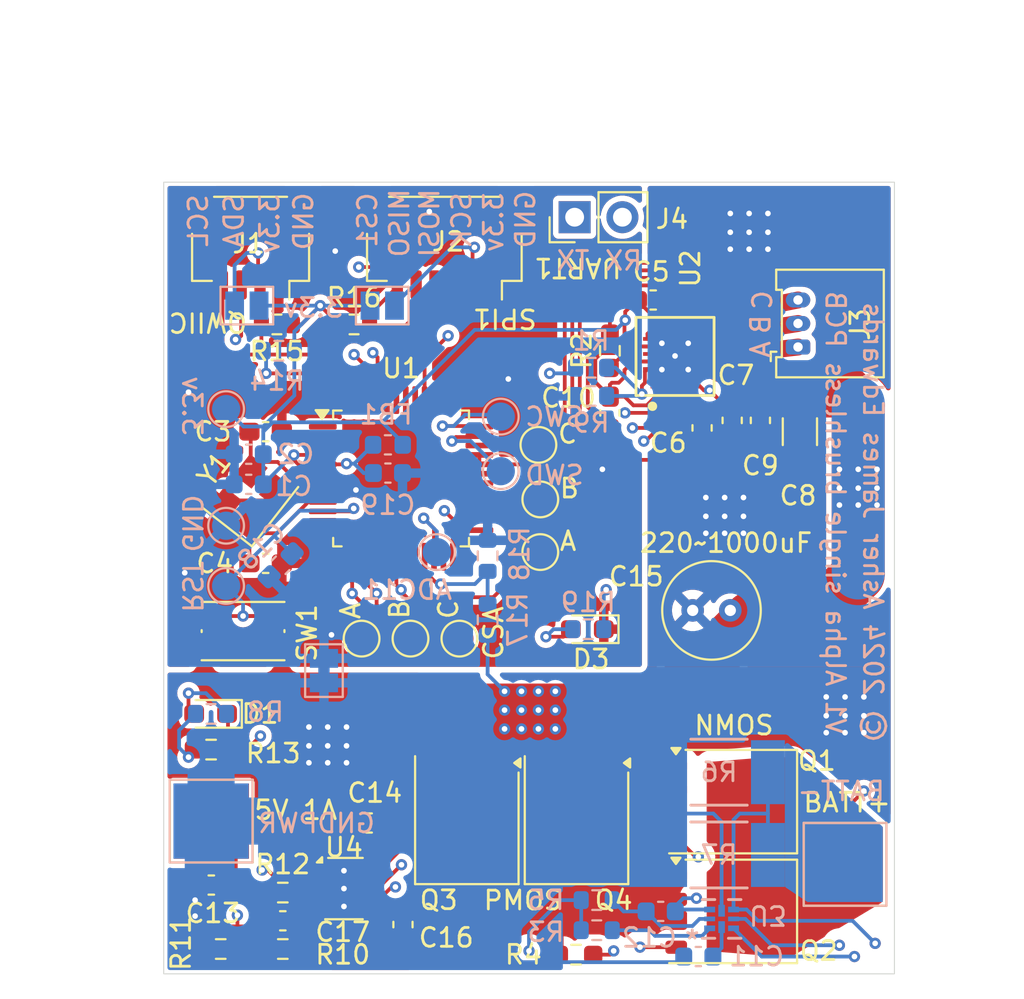
<source format=kicad_pcb>
(kicad_pcb (version 20240108) (generator "pcbnew") (generator_version "8.0")
  (layers (0 "F.Cu" signal) (1 "In1.Cu" signal) (2 "In2.Cu" signal) (31 "B.Cu" signal) (34 "B.Paste" user) (35 "F.Paste" user) (36 "B.SilkS" user "B.Silkscreen") (37 "F.SilkS" user "F.Silkscreen") (38 "B.Mask" user) (39 "F.Mask" user) (44 "Edge.Cuts" user))
  (net 0 "")
  (net 1 "VDD")
  (net 2 "GND")
  (net 3 "/MOTORPWR")
  (net 4 "GNDPWR")
  (net 5 "Net-(U2-CP)")
  (net 6 "/SWC")
  (net 7 "/SWD")
  (net 8 "Net-(U2-SLEEP_N)")
  (net 9 "Net-(U1-PF0)")
  (net 10 "Net-(U1-PF1)")
  (net 11 "/PSU/LDO 4.9v")
  (net 12 "Net-(U2-GAIN)")
  (net 13 "/1CSA-B")
  (net 14 "/1A")
  (net 15 "/1CSA-A")
  (net 16 "/1CSA-C")
  (net 17 "/1C")
  (net 18 "/CS1")
  (net 19 "/1B")
  (net 21 "/DRV8311/FAULT")
  (net 22 "/PSU/BATT+")
  (net 23 "/PSU/IN")
  (net 24 "Net-(D1-A)")
  (net 25 "/PSU/~{CHG}")
  (net 26 "Net-(U3-CHG)")
  (net 27 "/SDA1")
  (net 28 "/PSU/BATT-")
  (net 29 "/SCL1")
  (net 30 "Net-(U3-VDD)")
  (net 31 "Net-(J3-Pin_3)")
  (net 32 "Net-(J3-Pin_2)")
  (net 33 "Net-(J3-Pin_1)")
  (net 34 "Net-(Q1-G)")
  (net 35 "/PSU/Pack+")
  (net 36 "/NRST")
  (net 37 "/MOSI1")
  (net 38 "/CS4")
  (net 39 "/MISO1")
  (net 40 "/CS3")
  (net 41 "/MISO2")
  (net 42 "/SCK1")
  (net 43 "/CS2")
  (net 44 "/SCL2")
  (net 45 "/MOSI2")
  (net 46 "/SCK2")
  (net 47 "/SDA2")
  (net 49 "Net-(Q3-G)")
  (net 50 "Net-(U3-BAT)")
  (net 51 "Net-(U3-PACK)")
  (net 52 "Net-(U4-TS)")
  (net 53 "Net-(U4-ISET)")
  (net 54 "Net-(J1-Pin_2)")
  (net 55 "Net-(J2-Pin_2)")
  (net 56 "/USART1_TX")
  (net 57 "/USART1_RX")
  (net 58 "/ADC11")
  (net 59 "/ADC10{slash}VBATT")
  (net 61 "Net-(D3-A)")
  (net 62 "/LED")
  (net 63 "Net-(U1-VREF+)")
  (footprint "Resistor_SMD:R_0603_1608Metric_Pad0.98x0.95mm_HandSolder" (layer "F.Cu") (at 129.0125 125.9)
    (property "Reference" "R12")
    (property "Value" "1k")
  )
  (footprint "Capacitor_SMD:C_0603_1608Metric_Pad1.08x0.95mm_HandSolder" (layer "F.Cu") (at 128.1 101.4)
    (property "Reference" "C3")
    (property "Value" "12pF")
  )
  (footprint "Crystal:Crystal_SMD_Abracon_ABM8G-4Pin_3.2x2.5mm" (layer "F.Cu") (at 127.3 104.9 52)
    (property "Reference" "Y1")
    (property "Value" "ABM8-16.000MHZ-10-1-U-T")
  )
  (footprint "TestPoint:TestPoint_Pad_D1.5mm" (layer "F.Cu") (at 138.4 112.4)
    (property "Reference" "TP12")
    (property "Value" "~")
  )
  (footprint "TestPoint:TestPoint_Pad_D1.5mm" (layer "F.Cu") (at 135.8 112.4)
    (property "Reference" "TP11")
    (property "Value" "~")
  )
  (footprint "Package_QFP:LQFP-48_7x7mm_P0.5mm" (layer "F.Cu") (at 135.3 103.886)
    (property "Reference" "U1")
    (property "Value" "STM32G070CBTr")
  )
  (footprint "Capacitor_SMD:C_0603_1608Metric_Pad1.08x0.95mm_HandSolder" (layer "F.Cu") (at 146.4 100.4 90)
    (property "Reference" "C10")
    (property "Value" "0.1uF")
  )
  (footprint "Capacitor_SMD:C_0603_1608Metric_Pad1.08x0.95mm_HandSolder" (layer "F.Cu") (at 152.9 100.8 -90)
    (property "Reference" "C7")
    (property "Value" "0.1uF, 16v")
  )
  (footprint "Connector_JST:JST_SH_SM04B-SRSS-TB_1x04-1MP_P1.00mm_Horizontal" (layer "F.Cu") (at 127.3 91.6 180)
    (property "Reference" "J1")
    (property "Value" "JST SH SM04B")
  )
  (footprint "Connector_Molex:Molex_PicoBlade_53048-0310_1x03_P1.25mm_Horizontal" (layer "F.Cu") (at 156.4 96.9 90)
    (property "Reference" "J3")
    (property "Value" "Molex_PicoBlade_53048-0310 Horizontal 3P")
  )
  (footprint "Capacitor_THT:C_Radial_D5.0mm_H5.0mm_P2.00mm" (layer "F.Cu") (at 152.8 110.9 180)
    (property "Reference" "C15")
    (property "Value" "1000uF, 16v")
  )
  (footprint "Capacitor_SMD:C_0603_1608Metric_Pad1.08x0.95mm_HandSolder" (layer "F.Cu") (at 129.0125 127.4)
    (property "Reference" "C17")
    (property "Value" "1uF")
  )
  (footprint "Resistor_SMD:R_0603_1608Metric_Pad0.98x0.95mm_HandSolder" (layer "F.Cu") (at 144.6 129.2)
    (property "Reference" "R4")
    (property "Value" "2k")
  )
  (footprint "LED_SMD:LED_0603_1608Metric_Pad1.05x0.95mm_HandSolder" (layer "F.Cu") (at 125.175 116.4 180)
    (property "Reference" "D1")
    (property "Value" "Osram LT Q99G.01 green led")
  )
  (footprint "custom_Power:WSON-10-1EP_2x3mm_P0.5mm_EP0.84x2.4mm_ThermalVias_0.3mm" (layer "F.Cu") (at 132.2625 125.6875)
    (property "Reference" "U4")
    (property "Value" "BQ25060")
  )
  (footprint "Connector_PinHeader_2.54mm:PinHeader_1x02_P2.54mm_Vertical" (layer "F.Cu") (at 144.525 90 90)
    (property "Reference" "J4")
    (property "Value" "Conn_01x02_Pin")
  )
  (footprint "LED_SMD:LED_0603_1608Metric_Pad1.05x0.95mm_HandSolder" (layer "F.Cu") (at 145.2 111.9 180)
    (property "Reference" "D3")
    (property "Value" "Osram LT Q99G.01 green led")
  )
  (footprint "custom_Driver_Motor:DRV8311_0.3mmVias" (layer "F.Cu") (at 149.862499 97.4 90)
    (property "Reference" "U2")
    (property "Value" "DRV8311HRRWR")
  )
  (footprint "Capacitor_SMD:C_0603_1608Metric_Pad1.08x0.95mm_HandSolder" (layer "F.Cu") (at 154.4 100.8 -90)
    (property "Reference" "C9")
    (property "Value" "0.1uF, 16v")
  )
  (footprint "Resistor_SMD:R_0603_1608Metric_Pad0.98x0.95mm_HandSolder" (layer "F.Cu") (at 125.2 118.3 180)
    (property "Reference" "R13")
    (property "Value" "2k")
  )
  (footprint "TestPoint:TestPoint_Pad_D1.5mm" (layer "F.Cu") (at 142.7 105)
    (property "Reference" "TP8")
    (property "Value" "~")
  )
  (footprint "Package_DFN_QFN:PQFN-8-EP_6x5mm_P1.27mm_Generic" (layer "F.Cu") (at 152.65 126.9)
    (property "Reference" "Q2")
    (property "Value" "NMOS")
  )
  (footprint "TestPoint:TestPoint_Pad_D1.5mm" (layer "F.Cu") (at 142.6 102.1)
    (property "Reference" "TP9")
    (property "Value" "~")
  )
  (footprint "Package_DFN_QFN:PQFN-8-EP_6x5mm_P1.27mm_Generic" (layer "F.Cu") (at 144.625 121.75 -90)
    (property "Reference" "Q4")
    (property "Value" "PMOS")
  )
  (footprint "Resistor_SMD:R_0603_1608Metric_Pad0.98x0.95mm_HandSolder" (layer "F.Cu") (at 125.7125 128.9 180)
    (property "Reference" "R11")
    (property "Value" "230ohm")
  )
  (footprint "TestPoint:TestPoint_Pad_4.0x4.0mm" (layer "F.Cu") (at 158.9 124.4)
    (property "Reference" "H1")
    (property "Value" "4mm_Pad")
  )
  (footprint "Capacitor_SMD:C_0603_1608Metric_Pad1.08x0.95mm_HandSolder" (layer "F.Cu") (at 148.7 94.4 180)
    (property "Reference" "C5")
    (property "Value" "4.7uF")
  )
  (footprint "TestPoint:TestPoint_Pad_D1.5mm" (layer "F.Cu") (at 133.2 112.4)
    (property "Reference" "TP10")
    (property "Value" "~")
  )
  (footprint "Connector_JST:JST_SH_SM06B-SRSS-TB_1x06-1MP_P1.00mm_Horizontal" (layer "F.Cu") (at 137.6 91.6 180)
    (property "Reference" "J2")
    (property "Value" "JST SH SM06B")
  )
  (footprint "Button_Switch_SMD:SW_Push_1P1T_NO_CK_KMR2" (layer "F.Cu") (at 126.9 112 180)
    (property "Reference" "SW1")
    (property "Value" "SW_Push")
  )
  (footprint "TestPoint:TestPoint_Pad_4.0x4.0mm" (layer "F.Cu") (at 125.2125 122.1)
    (property "Reference" "H3")
    (property "Value" "4mm_Pad")
  )
  (footprint "Capacitor_SMD:C_0603_1608Metric_Pad1.08x0.95mm_HandSolder" (layer "F.Cu") (at 135.4 127.6 90)
    (property "Reference" "C16")
    (property "Value" "10uF, 16v")
  )
  (footprint "Resistor_SMD:R_0603_1608Metric_Pad0.98x0.95mm_HandSolder" (layer "F.Cu") (at 146.4 97.1 -90)
    (property "Reference" "R2")
    (property "Value" "47k")
  )
  (footprint "Resistor_SMD:R_0603_1608Metric_Pad0.98x0.95mm_HandSolder" (layer "F.Cu") (at 129.0125 128.9 180)
    (property "Reference" "R10")
    (property "Value" "1k")
  )
  (footprint "Capacitor_SMD:C_0603_1608Metric_Pad1.08x0.95mm_HandSolder" (layer "F.Cu") (at 133.6 122.2 180)
    (property "Reference" "C14")
    (property "Value" "10uF, 16v")
  )
  (footprint "Capacitor_SMD:C_0603_1608Metric_Pad1.08x0.95mm_HandSolder" (layer "F.Cu") (at 128.1 108.4)
    (property "Reference" "C4")
    (property "Value" "12pF")
  )
  (footprint "Capacitor_SMD:C_0603_1608Metric_Pad1.08x0.95mm_HandSolder" (layer "F.Cu") (at 151.3 101.2 -90)
    (property "Reference" "C6")
    (property "Value" "0.1uF, 16v")
  )
  (footprint "Resistor_SMD:R_0603_1608Metric" (layer "F.Cu") (at 132.8 95.7)
    (property "Reference" "R16")
    (property "Value" "10k")
  )
  (footprint "Package_DFN_QFN:PQFN-8-EP_6x5mm_P1.27mm_Generic" (layer "F.Cu") (at 152.65 121.065)
    (property "Reference" "Q1")
    (property "Value" "NMOS, sir404dp")
  )
  (footprint "Capacitor_SMD:C_1206_3216Metric_Pad1.33x1.80mm_HandSolder" (layer "F.Cu") (at 156.5 101.4 -90)
    (property "Reference" "C8")
    (property "Value" "220uF, 16 v")
  )
  (footprint "Package_DFN_QFN:PQFN-8-EP_6x5mm_P1.27mm_Generic" (layer "F.Cu") (at 138.795 121.75 -90)
    (property "Reference" "Q3")
    (property "Value" "PMOS,Si7157DP")
  )
  (footprint "Capacitor_SMD:C_0603_1608Metric_Pad1.08x0.95mm_HandSolder" (layer "F.Cu") (at 125.2125 125.5 180)
    (property "Reference" "C13")
    (property "Value" "10uF, 16v")
  )
  (footprint "Resistor_SMD:R_0603_1608Metric" (layer "F.Cu") (at 128.7 95.7 180)
    (property "Reference" "R15")
    (property "Value" "10k")
  )
  (footprint "TestPoint:TestPoint_Pad_D1.5mm" (layer "F.Cu") (at 142.7 107.8)
    (property "Reference" "TP7")
    (property "Value" "~")
  )
  (footprint "vishay_wslf:RES_WSLF2512_VIS-M" (layer "B.Cu") (at 152.2 119.5 180)
    (property "Reference" "R6")
    (property "Value" "Same, 1000uOhm")
  )
  (footprint "TestPoint:TestPoint_Pad_D1.5mm" (layer "B.Cu") (at 126 109.6 180)
    (property "Reference" "TP1")
    (property "Value" "TestPoint")
  )
  (footprint "TestPoint:TestPoint_Pad_D1.5mm" (layer "B.Cu") (at 140.6 100.6 180)
    (property "Reference" "TP3")
    (property "Value" "TestPoint")
  )
  (footprint "Jumper:SolderJumper-2_P1.3mm_Bridged_Pad1.0x1.5mm" (layer "B.Cu") (at 131.2 114.1 -90)
    (property "Reference" "L1" (hide yes))
    (property "Value" "GND joiner")
  )
  (footprint "vishay_wslf:RES_WSLF2512_VIS-M" (layer "B.Cu") (at 152.2 123.9 180)
    (property "Reference" "R7")
    (property "Value" "Vishay WSLF2512, 1%, 300uOhm")
  )
  (footprint "Resistor_SMD:R_0603_1608Metric" (layer "B.Cu") (at 145.4 99.5)
    (property "Reference" "R9")
    (property "Value" "150k")
  )
  (footprint "Resistor_SMD:R_0603_1608Metric" (layer "B.Cu") (at 145.7 126.3)
    (property "Reference" "R5")
    (property "Value" "300ohm")
  )
  (footprint "Capacitor_SMD:C_0603_1608Metric" (layer "B.Cu") (at 151.1 129.3 180)
    (property "Reference" "C11")
    (property "Value" "8nF")
  )
  (footprint "TestPoint:TestPoint_Pad_D1.5mm" (layer "B.Cu") (at 140.6 103.5 180)
    (property "Reference" "TP2")
    (property "Value" "TestPoint")
  )
  (footprint "Jumper:SolderJumper-2_P1.3mm_Bridged_Pad1.0x1.5mm" (layer "B.Cu") (at 134.3 94.7)
    (property "Reference" "JP2")
    (property "Value" "VCC")
  )
  (footprint "Resistor_SMD:R_0603_1608Metric" (layer "B.Cu") (at 128.8 97.1 180)
    (property "Reference" "R14")
    (property "Value" "10k")
  )
  (footprint "Resistor_SMD:R_0603_1608Metric" (layer "B.Cu") (at 139.9 108 -90)
    (property "Reference" "R18")
    (property "Value" "150k")
  )
  (footprint "Resistor_SMD:R_0603_1608Metric" (layer "B.Cu") (at 139.9 111.4 -90)
    (property "Reference" "R17")
    (property "Value" "100k")
  )
  (footprint "Capacitor_SMD:C_0603_1608Metric_Pad1.08x0.95mm_HandSolder" (layer "B.Cu") (at 128.9 108.5 -135)
    (property "Reference" "C18")
    (property "Value" "0.1uF")
  )
  (footprint "Resistor_SMD:R_0603_1608Metric" (layer "B.Cu") (at 145.4 98 180)
    (property "Reference" "R1")
    (property "Value" "100k")
  )
  (footprint "TestPoint:TestPoint_Pad_D1.5mm" (layer "B.Cu") (at 126 106.4 180)
    (property "Reference" "TP5")
    (property "Value" "TestPoint")
  )
  (footprint "TestPoint:TestPoint_Pad_4.0x4.0mm" (layer "B.Cu") (at 125.2 122.1 90)
    (property "Reference" "H4")
    (property "Value" "4mm_Pad")
  )
  (footprint "Capacitor_SMD:C_0603_1608Metric" (layer "B.Cu") (at 127.2 102.6 180)
    (property "Reference" "C2")
    (property "Value" "4.7uF")
  )
  (footprint "Capacitor_SMD:C_0603_1608Metric" (layer "B.Cu") (at 127.2 104.2 180)
    (property "Reference" "C1")
    (property "Value" "0.1uF")
  )
  (footprint "TestPoint:TestPoint_Pad_D1.5mm" (layer "B.Cu") (at 126 100.2 180)
    (property "Reference" "TP4")
    (property "Value" "TestPoint")
  )
  (footprint "Jumper:SolderJumper-2_P1.3mm_Bridged_Pad1.0x1.5mm" (layer "B.Cu") (at 127.1 94.7 180)
    (property "Reference" "JP1")
    (property "Value" "VCC")
  )
  (footprint "Resistor_SMD:R_0603_1608Metric" (layer "B.Cu") (at 145.7 127.9)
    (property "Reference" "R3")
    (property "Value" "20ohm")
  )
  (footprint "Inductor_SMD:L_0603_1608Metric" (layer "B.Cu") (at 134.6 102.1)
    (property "Reference" "FB1")
    (property "Value" "120ohm imp @100mhz")
  )
  (footprint "Capacitor_SMD:C_0603_1608Metric" (layer "B.Cu") (at 134.6 103.6 180)
    (property "Reference" "C19")
    (property "Value" "0.1uF")
  )
  (footprint "TestPoint:TestPoint_Pad_D1.5mm" (layer "B.Cu") (at 137.2 107.8 180)
    (property "Reference" "TP6")
    (property "Value" "TestPoint")
  )
  (footprint "Resistor_SMD:R_0603_1608Metric" (layer "B.Cu") (at 145.25 111.9 180)
    (property "Reference" "R19")
    (property "Value" "80.6 ohm")
  )
  (footprint "TestPoint:TestPoint_Pad_4.0x4.0mm" (layer "B.Cu") (at 158.9 124.4 180)
    (property "Reference" "H2")
    (property "Value" "4mm_Pad")
  )
  (footprint "Capacitor_SMD:C_0603_1608Metric" (layer "B.Cu") (at 149.1 126.9)
    (property "Reference" "C12")
    (property "Value" "1uF, 16v")
  )
  (footprint "bq298rugt:RUG8_TEX" (layer "B.Cu") (at 152.3375 127.3)
    (property "Reference" "U3")
    (property "Value" "BQ298012RUGT")
  )
  (footprint "Resistor_SMD:R_0603_1608Metric" (layer "B.Cu") (at 125.2 116.4)
    (property "Reference" "R8")
    (property "Value" "402 ohm")
  )
  (gr_line (start 156.4 95.65) (end 153.7 96.075) (stroke (width 0.9)) (layer "F.Cu") (net 32))
  (gr_line (start 156.4 96.9) (end 153.8 97.2) (stroke (width 0.9)) (layer "F.Cu") (net 33))
  (gr_line (start 156.4 94.4) (end 153.4 95) (stroke (width 0.9)) (layer "F.Cu") (net 31))
  (gr_rect (start 122.682 88.138) (end 161.524 130.219) (stroke (width 0.05)) (fill none) (layer "Edge.Cuts"))
  (gr_text "MOSI" (at 137.4 88.4 90) (layer "B.SilkS") (effects (font (size 1 1)) (justify left bottom mirror)))
  (gr_text "ADC11" (at 138.1 110.4 0) (layer "B.SilkS") (effects (font (size 1 1)) (justify left bottom mirror)))
  (gr_text "GND" (at 123.6 107.9 -90) (layer "B.SilkS") (effects (font (size 1 1)) (justify left bottom mirror)))
  (gr_text "C" (at 155.1 93.8 90) (layer "B.SilkS") (effects (font (size 1 1)) (justify left bottom mirror)))
  (gr_text "SWD" (at 145.1 104.3 0) (layer "B.SilkS") (effects (font (size 1 1)) (justify left bottom mirror)))
  (gr_text "SCK" (at 139.1 88.6 90) (layer "B.SilkS") (effects (font (size 1 1)) (justify left bottom mirror)))
  (gr_text "RX" (at 148.2 92.9 0) (layer "B.SilkS") (effects (font (size 1 1)) (justify left bottom mirror)))
  (gr_text "GND" (at 130.7 88.6 90) (layer "B.SilkS") (effects (font (size 1 1)) (justify left bottom mirror)))
  (gr_text "V1 Alpha single brushless PCB" (at 157.8 117.6 -90) (layer "B.SilkS") (effects (font (size 1 1)) (justify left bottom mirror)))
  (gr_text "3.3v" (at 132.3 95.4 0) (layer "B.SilkS") (effects (font (size 1 1)) (justify left bottom mirror)))
  (gr_text "3.3v" (at 140.8 88.6 90) (layer "B.SilkS") (effects (font (size 1 1)) (justify left bottom mirror)))
  (gr_text "SDA" (at 127 88.7 90) (layer "B.SilkS") (effects (font (size 1 1)) (justify left bottom mirror)))
  (gr_text "B" (at 155 95.1 90) (layer "B.SilkS") (effects (font (size 1 1)) (justify left bottom mirror)))
  (gr_text "RST" (at 123.6 111.1 -90) (layer "B.SilkS") (effects (font (size 1 1)) (justify left bottom mirror)))
  (gr_text "A" (at 155 96.5 90) (layer "B.SilkS") (effects (font (size 1 1)) (justify left bottom mirror)))
  (gr_text "GNDPWR" (at 134 122.8 0) (layer "B.SilkS") (effects (font (size 1 1)) (justify left bottom mirror)))
  (gr_text "© 2024 Asher James Edwards" (at 159.8 118 -90) (layer "B.SilkS") (effects (font (size 1 1)) (justify left bottom mirror)))
  (gr_text "3.3v" (at 123.6 101.7 270) (layer "B.SilkS") (effects (font (size 1 1)) (justify left bottom mirror)))
  (gr_text "SWC" (at 145.1 101.2 0) (layer "B.SilkS") (effects (font (size 1 1)) (justify left bottom mirror)))
  (gr_text "3.3v" (at 128.9 88.7 90) (layer "B.SilkS") (effects (font (size 1 1)) (justify left bottom mirror)))
  (gr_text "TX" (at 145.4 92.9 0) (layer "B.SilkS") (effects (font (size 1 1)) (justify left bottom mirror)))
  (gr_text "MISO" (at 135.8 88.4 90) (layer "B.SilkS") (effects (font (size 1 1)) (justify left bottom mirror)))
  (gr_text "CS1" (at 134.1 88.6 90) (layer "B.SilkS") (effects (font (size 1 1)) (justify left bottom mirror)))
  (gr_text "BATT-" (at 161.1 121.1 0) (layer "B.SilkS") (effects (font (size 1 1)) (justify left bottom mirror)))
  (gr_text "GND" (at 142.5 88.5 90) (layer "B.SilkS") (effects (font (size 1 1)) (justify left bottom mirror)))
  (gr_text "SCL" (at 125.1 88.7 90) (layer "B.SilkS") (effects (font (size 1 1)) (justify left bottom mirror)))
  (gr_text "CSA" (at 140.8 113.6 90) (layer "F.SilkS") (effects (font (size 1 1)) (justify left bottom)))
  (gr_text "C" (at 138.4 111.45 90) (layer "F.SilkS") (effects (font (size 1 1)) (justify left bottom)))
  (gr_text "C" (at 143.55 102.1 0) (layer "F.SilkS") (effects (font (size 1 1)) (justify left bottom)))
  (gr_text "PMOS" (at 139.6 126.9 0) (layer "F.SilkS") (effects (font (size 1 1)) (justify left bottom)))
  (gr_text "BATT+" (at 156.6 121.7 0) (layer "F.SilkS") (effects (font (size 1 1)) (justify left bottom)))
  (gr_text "B" (at 135.8 111.45 90) (layer "F.SilkS") (effects (font (size 1 1)) (justify left bottom)))
  (gr_text "A" (at 133.2 111.45 90) (layer "F.SilkS") (effects (font (size 1 1)) (justify left bottom)))
  (gr_text "A" (at 143.65 107.8 0) (layer "F.SilkS") (effects (font (size 1 1)) (justify left bottom)))
  (gr_text "QWIIC" (at 127.2 95 180) (layer "F.SilkS") (effects (font (size 1 1)) (justify left bottom)))
  (gr_text "220~1000uF" (at 147.9 107.9 0) (layer "F.SilkS") (effects (font (size 1 1)) (justify left bottom)))
  (gr_text "B" (at 143.65 105 0) (layer "F.SilkS") (effects (font (size 1 1)) (justify left bottom)))
  (gr_text "NMOS" (at 150.8 117.6 0) (layer "F.SilkS") (effects (font (size 1 1)) (justify left bottom)))
  (gr_text "UART1" (at 147.1 92.1 180) (layer "F.SilkS") (effects (font (size 1 1)) (justify left bottom)))
  (gr_text "5V 1A" (at 127.4125 122.1 0) (layer "F.SilkS") (effects (font (size 1 1)) (justify left bottom)))
  (gr_text "SPI1" (at 142.6 94.8 180) (layer "F.SilkS") (effects (font (size 1 1)) (justify left bottom)))
  (segment (start 148.362498 100) (end 149.062498 99.3) (width 0.2) (layer "F.Cu") (net 1))
  (segment (start 147.64853 100) (end 148.362498 100) (width 0.2) (layer "F.Cu") (net 1))
  (segment (start 130.336 103.636) (end 131.1375 103.636) (width 0.2) (layer "F.Cu") (net 1))
  (segment (start 147.213896 95.473287) (end 147.175 95.512183) (width 0.2) (layer "F.Cu") (net 1))
  (segment (start 147.175 98.125) (end 147.175 98.491722) (width 0.2) (layer "F.Cu") (net 1))
  (segment (start 149.4625 95.400002) (end 149.262498 95.2) (width 0.2) (layer "F.Cu") (net 1))
  (segment (start 129.6 102.636) (end 131.1375 102.636) (width 0.2) (layer "F.Cu") (net 1))
  (segment (start 131 94.7) (end 130 95.7) (width 0.2) (layer "F.Cu") (net 1))
  (segment (start 146.5 98.8) (end 146.4 98.9) (width 0.2) (layer "F.Cu") (net 1))
  (segment (start 147.175 95.512183) (end 147.175 96.666722) (width 0.2) (layer "F.Cu") (net 1))
  (segment (start 146.4 99.537499) (end 147.186029 99.537499) (width 0.2) (layer "F.Cu") (net 1))
  (segment (start 148.397498 96.2) (end 148.662499 95.934999) (width 0.2) (layer "F.Cu") (net 1))
  (segment (start 149.062498 99.3) (end 149.062498 98.865001) (width 0.2) (layer "F.Cu") (net 1))
  (segment (start 147.213896 95.023604) (end 147.8375 94.4) (width 0.2) (layer "F.Cu") (net 1))
  (segment (start 147.175 96.666722) (end 146.616722 97.225) (width 0.2) (layer "F.Cu") (net 1))
  (segment (start 149.4625 95.934999) (end 149.4625 95.400002) (width 0.2) (layer "F.Cu") (net 1))
  (segment (start 147.213896 95.473287) (end 147.213896 95.023604) (width 0.2) (layer "F.Cu") (net 1))
  (segment (start 147.630001 97.669999) (end 147.175 98.125) (width 0.2) (layer "F.Cu") (net 1))
  (segment (start 148.6375 95.2) (end 147.8375 94.4) (width 0.2) (layer "F.Cu") (net 1))
  (segment (start 146.616722 97.225) (end 145.933278 97.225) (width 0.2) (layer "F.Cu") (net 1))
  (segment (start 149.4625 95.934999) (end 148.662499 95.934999) (width 0.2) (layer "F.Cu") (net 1))
  (segment (start 130 95.7) (end 129.484448 95.7) (width 0.2) (layer "F.Cu") (net 1))
  (segment (start 148.397498 97.669999) (end 147.630001 97.669999) (width 0.2) (layer "F.Cu") (net 1))
  (segment (start 145.625 98.762499) (end 146.4 99.537499) (width 0.2) (layer "F.Cu") (net 1))
  (segment (start 129.6 102.636) (end 129.6 102.9) (width 0.2) (layer "F.Cu") (net 1))
  (segment (start 146.4 98.9) (end 146.4 99.537499) (width 0.2) (layer "F.Cu") (net 1))
  (segment (start 145.933278 97.225) (end 145.625 97.533278) (width 0.2) (layer "F.Cu") (net 1))
  (segment (start 146.866722 98.8) (end 146.5 98.8) (width 0.2) (layer "F.Cu") (net 1))
  (segment (start 148.397498 96.469999) (end 148.397498 96.2) (width 0.2) (layer "F.Cu") (net 1))
  (segment (start 129.6 102.9) (end 130.336 103.636) (width 0.2) (layer "F.Cu") (net 1))
  (segment (start 147.186029 99.537499) (end 147.64853 100) (width 0.2) (layer "F.Cu") (net 1))
  (segment (start 131.975 95.675) (end 131 94.7) (width 0.2) (layer "F.Cu") (net 1))
  (segment (start 145.625 97.533278) (end 145.625 98.762499) (width 0.2) (layer "F.Cu") (net 1))
  (segment (start 131.975 95.7) (end 131.975 95.675) (width 0.2) (layer "F.Cu") (net 1))
  (segment (start 147.175 98.491722) (end 146.866722 98.8) (width 0.2) (layer "F.Cu") (net 1))
  (segment (start 149.262498 95.2) (end 148.6375 95.2) (width 0.2) (layer "F.Cu") (net 1))
  (via (at 129.6 102.636) (size 0.6) (drill 0.3) (layers "F.Cu" "B.Cu") (net 1))
  (via (at 147.213896 95.473287) (size 0.6) (drill 0.3) (layers "F.Cu" "B.Cu") (net 1))
  (via (at 131 94.7) (size 0.6) (drill 0.3) (layers "F.Cu" "B.Cu") (net 1))
  (segment (start 139.210135 95.989865) (end 134.3 100.9) (width 0.2) (layer "B.Cu") (net 1))
  (segment (start 147.239555 95.475652) (end 146.725342 95.989865) (width 0.2) (layer "B.Cu") (net 1))
  (segment (start 129.625 97.1) (end 129.8 97.1) (width 0.2) (layer "B.Cu") (net 1))
  (segment (start 129.625 97.1) (end 129.625 99.475) (width 0.2) (layer "B.Cu") (net 1))
  (segment (start 129.625 96.075) (end 129.625 97.1) (width 0.2) (layer "B.Cu") (net 1))
  (segment (start 127.75 94.7) (end 131 94.7) (width 0.2) (layer "B.Cu") (net 1))
  (segment (start 129.6 102.636) (end 129.39412 102.636) (width 0.2) (layer "B.Cu") (net 1))
  (segment (start 126.925 101.125) (end 127.975 101.125) (width 0.2) (layer "B.Cu") (net 1))
  (segment (start 134.3 100.9) (end 128.475 100.9) (width 0.2) (layer "B.Cu") (net 1))
  (segment (start 129.625 99.475) (end 127.975 101.125) (width 0.2) (layer "B.Cu") (net 1))
  (segment (start 135.3875 101.9875) (end 134.3 100.9) (width 0.2) (layer "B.Cu") (net 1))
  (segment (start 128.475 100.9) (end 127.975 101.4) (width 0.2) (layer "B.Cu") (net 1))
  (segment (start 135.3875 102.1) (end 135.3875 101.9875) (width 0.2) (layer "B.Cu") (net 1))
  (segment (start 129.6 102.636) (end 129.539 102.636) (width 0.2) (layer "B.Cu") (net 1))
  (segment (start 127.975 102.6) (end 127.975 104.2) (width 0.2) (layer "B.Cu") (net 1))
  (segment (start 131 94.7) (end 129.625 96.075) (width 0.2) (layer "B.Cu") (net 1))
  (segment (start 129.539 102.636) (end 127.975 104.2) (width 0.2) (layer "B.Cu") (net 1))
  (segment (start 146.725342 95.989865) (end 139.210135 95.989865) (width 0.2) (layer "B.Cu") (net 1))
  (segment (start 131 94.7) (end 133.65 94.7) (width 0.2) (layer "B.Cu") (net 1))
  (segment (start 126 100.2) (end 126.925 101.125) (width 0.2) (layer "B.Cu") (net 1))
  (segment (start 127.975 101.125) (end 127.975 102.6) (width 0.2) (layer "B.Cu") (net 1))
  (segment (start 127.85 127.7) (end 128.15 127.4) (width 0.2) (layer "F.Cu") (net 2))
  (segment (start 126 127.7) (end 124.8 128.9) (width 0.2) (layer "F.Cu") (net 2))
  (segment (start 126.6 127.1) (end 126.6 127.7) (width 0.2) (layer "F.Cu") (net 2))
  (segment (start 126.6 127.7) (end 126.4 127.7) (width 0.2) (layer "F.Cu") (net 2))
  (segment (start 128.15 125.95) (end 128.15 127.4) (width 0.2) (layer "F.Cu") (net 2))
  (segment (start 147.308278 93.625) (end 146.4 94.533278) (width 0.2) (layer "F.Cu") (net 2))
  (segment (start 135 125.6) (end 134.8 125.6) (width 0.2) (layer "F.Cu") (net 2))
  (segment (start 134.2125 126.1875) (end 133.2125 126.1875) (width 0.2) (layer "F.Cu") (net 2))
  (segment (start 152.9 101.766723) (end 152.9 101.662501) (width 0.2) (layer "F.Cu") (net 2))
  (segment (start 146.4 101.262501) (end 146.4 101.4) (width 0.2) (layer "F.Cu") (net 2))
  (segment (start 148.7875 93.625) (end 147.308278 93.625) (width 0.2) (layer "F.Cu") (net 2))
  (segment (start 145.225 99.325) (end 145.225 100.087501) (width 0.2) (layer "F.Cu") (net 2))
  (segment (start 151.766722 102.900001) (end 152.9 101.766723) (width 0.2) (layer "F.Cu") (net 2))
  (segment (start 149.862499 94.699999) (end 149.5625 94.4) (width 0.2) (layer "F.Cu") (net 2))
  (segment (start 132.5 104.5) (end 132.136 104.136) (width 0.2) (layer "F.Cu") (net 2))
  (segment (start 128.949499 93.6) (end 128.80935 93.459851) (width 0.2) (layer "F.Cu") (net 2))
  (segment (start 126.6 127.7) (end 127.85 127.7) (width 0.2) (layer "F.Cu") (net 2))
  (segment (start 146.4 101.4) (end 147.900001 102.900001) (width 0.2) (layer "F.Cu") (net 2))
  (segment (start 123.8 108.9) (end 123.475 109.225) (width 0.2) (layer "F.Cu") (net 2))
  (segment (start 145.225 97.3625) (end 146.4 96.1875) (width 0.2) (layer "F.Cu") (net 2))
  (segment (start 128.148344 105.055193) (end 126.14127 105.055193) (width 0.2) (layer "F.Cu") (net 2))
  (segment (start 145.225 100.087501) (end 146.4 101.262501) (width 0.2) (layer "F.Cu") (net 2))
  (segment (start 132.136 104.136) (end 131.1375 104.136) (width 0.2) (layer "F.Cu") (net 2))
  (segment (start 134.8 125.6) (end 134.2125 126.1875) (width 0.2) (layer "F.Cu") (net 2))
  (segment (start 126.4 127.7) (end 126 127.7) (width 0.2) (layer "F.Cu") (net 2))
  (segment (start 149.862499 95.934999) (end 149.862499 94.699999) (width 0.2) (layer "F.Cu") (net 2))
  (segment (start 147.900001 102.900001) (end 151.766722 102.900001) (width 0.2) (layer "F.Cu") (net 2))
  (segment (start 145.225 99.325) (end 145.225 97.3625) (width 0.2) (layer "F.Cu") (net 2))
  (segment (start 126.14127 105.055193) (end 125.952964 105.243499) (width 0.2) (layer "F.Cu") (net 2))
  (segment (start 149.5625 94.4) (end 148.7875 93.625) (width 0.2) (layer "F.Cu") (net 2))
  (segment (start 128.647036 104.556501) (end 128.148344 105.055193) (width 0.2) (layer "F.Cu") (net 2))
  (segment (start 128.1 125.9) (end 128.15 125.95) (width 0.2) (layer "F.Cu") (net 2))
  (segment (start 132.9 104.5) (end 132.5 104.5) (width 0.2) (layer "F.Cu") (net 2))
  (segment (start 146.4 94.533278) (end 146.4 96.1875) (width 0.2) (layer "F.Cu") (net 2))
  (via (at 124 99.3) (size 0.6) (drill 0.3) (layers "F.Cu" "B.Cu") (net 2))
  (via (at 123.8 108.9) (size 0.6) (drill 0.3) (layers "F.Cu" "B.Cu") (net 2))
  (via (at 146 103.4) (size 0.6) (drill 0.3) (layers "F.Cu" "B.Cu") (net 2))
  (via (at 131.8 91.8) (size 0.6) (drill 0.3) (layers "F.Cu" "B.Cu") (net 2))
  (via (at 126.6 127.1) (size 0.6) (drill 0.3) (layers "F.Cu" "B.Cu") (net 2))
  (via (at 135 125.6) (size 0.6) (drill 0.3) (layers "F.Cu" "B.Cu") (net 2))
  (via (at 132.9 104.5) (size 0.6) (drill 0.3) (layers "F.Cu" "B.Cu") (net 2))
  (via (at 136.8 89.7) (size 0.6) (drill 0.3) (layers "F.Cu" "B.Cu") (net 2))
  (via (at 141 98.6) (size 0.6) (drill 0.3) (layers "F.Cu" "B.Cu") (net 2))
  (via (at 131.6 112.2) (size 0.6) (drill 0.3) (layers "F.Cu" "B.Cu") (net 2))
  (segment (start 152.125 101.237501) (end 151.3 102.062501) (width 0.2) (layer "F.Cu") (net 3))
  (segment (start 152.9 99.937499) (end 152.125 100.712499) (width 0.2) (layer "F.Cu") (net 3))
  (segment (start 159.6 99.975) (end 158.8625 99.2375) (width 2.814) (layer "F.Cu") (net 3))
  (segment (start 151.7 99.2) (end 152.4375 99.9375) (width 0.2) (layer "F.Cu") (net 3))
  (segment (start 159.6 109) (end 159.6 99.975) (width 2.814) (layer "F.Cu") (net 3))
  (segment (start 153.9 111.3) (end 157.3 111.3) (width 2.814) (layer "F.Cu") (net 3))
  (segment (start 151.7 99.2) (end 151.397498 99.2) (width 0.2) (layer "F.Cu") (net 3))
  (segment (start 154.4 99.9375) (end 156.4 99.9375) (width 0.2) (layer "F.Cu") (net 3))
  (segment (start 158.8625 99.2375) (end 156.2 99.2375) (width 2.814) (layer "F.Cu") (net 3))
  (segment (start 134.8 117.2) (end 134.4 117.6) (width 1) (layer "F.Cu") (net 3))
  (segment (start 152.9 100.296016) (end 152.9 99.937499) (width 0.2) (layer "F.Cu") (net 3))
  (segment (start 134.4 117.6) (end 134.4 123.3) (width 1) (layer "F.Cu") (net 3))
  (segment (start 134.4 123.3) (end 133.9 123.8) (width 1) (layer "F.Cu") (net 3))
  (segment (start 156.4 99.9375) (end 156.5 99.8375) (width 0.2) (layer "F.Cu") (net 3))
  (segment (start 149 116.2) (end 153.9 111.3) (width 2.814) (layer "F.Cu") (net 3))
  (segment (start 152.4375 99.9375) (end 154.4 99.9375) (width 0.2) (layer "F.Cu") (net 3))
  (segment (start 157.3 111.3) (end 159.6 109) (width 2.814) (layer "F.Cu") (net 3))
  (segment (start 151.397498 99.2) (end 151.062499 98.865001) (width 0.2) (layer "F.Cu") (net 3))
  (segment (start 152.125 100.712499) (end 152.125 101.237501) (width 0.2) (layer "F.Cu") (net 3))
  (segment (start 136.7 116.2) (end 149 116.2) (width 2.814) (layer "F.Cu") (net 3))
  (via (at 158.6 103.4) (size 0.6) (drill 0.3) (layers "F.Cu" "B.Cu") (net 3))
  (via (at 158.6 105.3) (size 0.6) (drill 0.3) (layers "F.Cu" "B.Cu") (net 3))
  (via (at 142.6 115.2) (size 0.6) (drill 0.3) (layers "F.Cu" "B.Cu") (net 3))
  (via (at 159.6 103.4) (size 0.6) (drill 0.3) (layers "F.Cu" "B.Cu") (net 3))
  (via (at 142.6 117.2) (size 0.6) (drill 0.3) (layers "F.Cu" "B.Cu") (net 3))
  (via (at 143.5 115.2) (size 0.6) (drill 0.3) (layers "F.Cu" "B.Cu") (net 3))
  (via (at 143.2 98.3) (size 0.6) (drill 0.3) (layers "F.Cu" "B.Cu") (net 3))
  (via (at 141.7 115.2) (size 0.6) (drill 0.3) (layers "F.Cu" "B.Cu") (net 3))
  (via (at 151.7 99.2) (size 0.6) (drill 0.3) (layers "F.Cu" "B.Cu") (net 3))
  (via (at 158.6 104.4) (size 0.6) (drill 0.3) (layers "F.Cu" "B.Cu") (net 3))
  (via (at 141.7 116.2) (size 0.6) (drill 0.3) (layers "F.Cu" "B.Cu") (net 3))
  (via (at 141.7 117.2) (size 0.6) (drill 0.3) (layers "F.Cu" "B.Cu") (net 3))
  (via (at 159.6 105.3) (size 0.6) (drill 0.3) (layers "F.Cu" "B.Cu") (net 3))
  (via (at 160.6 104.4) (size 0.6) (drill 0.3) (layers "F.Cu" "B.Cu") (net 3))
  (via (at 140.8 117.2) (size 0.6) (drill 0.3) (layers "F.Cu" "B.Cu") (net 3))
  (via (at 143.5 116.2) (size 0.6) (drill 0.3) (layers "F.Cu" "B.Cu") (net 3))
  (via (at 160.6 103.4) (size 0.6) (drill 0.3) (layers "F.Cu" "B.Cu") (net 3))
  (via (at 160.6 105.3) (size 0.6) (drill 0.3) (layers "F.Cu" "B.Cu") (net 3))
  (via (at 142.6 116.2) (size 0.6) (drill 0.3) (layers "F.Cu" "B.Cu") (net 3))
  (via (at 140.8 116.2) (size 0.6) (drill 0.3) (layers "F.Cu" "B.Cu") (net 3))
  (via (at 159.6 104.4) (size 0.6) (drill 0.3) (layers "F.Cu" "B.Cu") (net 3))
  (via (at 140.8 115.2) (size 0.6) (drill 0.3) (layers "F.Cu" "B.Cu") (net 3))
  (via (at 143.5 117.2) (size 0.6) (drill 0.3) (layers "F.Cu" "B.Cu") (net 3))
  (segment (start 143.2 98.3) (end 144.275 98.3) (width 0.2) (layer "B.Cu") (net 3))
  (segment (start 139.9 114.3) (end 139.9 112.225) (width 0.2) (layer "B.Cu") (net 3))
  (segment (start 159.6 99.9) (end 159.6 108.9125) (width 2.814) (layer "B.Cu") (net 3))
  (segment (start 140.8 115.2) (end 139.9 114.3) (width 0.2) (layer "B.Cu") (net 3))
  (segment (start 144.275 98.3) (end 144.575 98) (width 0.2) (layer "B.Cu") (net 3))
  (segment (start 131.3125 125.6875) (end 132.2625 125.6875) (width 0.28) (layer "F.Cu") (net 4))
  (segment (start 151.3275 97.669999) (end 150.910315 97.669999) (width 0.2) (layer "F.Cu") (net 4))
  (segment (start 124.35 127.15) (end 124.35 125.5) (width 1) (layer "F.Cu") (net 4))
  (segment (start 150.640316 97.4) (end 150.412498 97.4) (width 0.2) (layer "F.Cu") (net 4))
  (segment (start 150.910315 97.669999) (end 150.640316 97.4) (width 0.2) (layer "F.Cu") (net 4))
  (via (at 158.9 116.5) (size 0.6) (drill 0.3) (layers "F.Cu" "B.Cu") (net 4))
  (via (at 131.4 119) (size 0.6) (drill 0.3) (layers "F.Cu" "B.Cu") (net 4))
  (via (at 124.35 126.3) (size 0.6) (drill 0.3) (layers "F.Cu" "B.Cu") (net 4))
  (via (at 152.8 90.8) (size 0.6) (drill 0.3) (layers "F.Cu" "B.Cu") (net 4))
  (via (at 132.4 118.1) (size 0.6) (drill 0.3) (layers "F.Cu" "B.Cu") (net 4))
  (via (at 153.5 106.8) (size 0.6) (drill 0.3) (layers "F.Cu" "B.Cu") (net 4))
  (via (at 124.35 127.15) (size 0.6) (drill 0.3) (layers "F.Cu" "B.Cu") (net 4))
  (via (at 154.8 90.8) (size 0.6) (drill 0.3) (layers "F.Cu" "B.Cu") (net 4))
  (via (at 157.9 117.4) (size 0.6) (drill 0.3) (layers "F.Cu" "B.Cu") (net 4))
  (via (at 130.4 117.1) (size 0.6) (drill 0.3) (layers "F.Cu" "B.Cu") (net 4))
  (via (at 159.9 116.5) (size 0.6) (drill 0.3) (layers "F.Cu" "B.Cu") (net 4))
  (via (at 132.4 117.1) (size 0.6) (drill 0.3) (layers "F.Cu" "B.Cu") (net 4))
  (via (at 153.8 89.8) (size 0.6) (drill 0.3) (layers "F.Cu" "B.Cu") (net 4))
  (via (at 132.4 119) (size 0.6) (drill 0.3) (layers "F.Cu" "B.Cu") (net 4))
  (via (at 154.8 89.8) (size 0.6) (drill 0.3) (layers "F.Cu" "B.Cu") (net 4))
  (via (at 157.9 115.5) (size 0.6) (drill 0.3) (layers "F.Cu" "B.Cu") (net 4))
  (via (at 159.9 117.4) (size 0.6) (drill 0.3) (layers "F.Cu" "B.Cu") (net 4))
  (via (at 153.5 104.9) (size 0.6) (drill 0.3) (layers "F.Cu" "B.Cu") (net 4))
  (via (at 152.5 106.8) (size 0.6) (drill 0.3) (layers "F.Cu" "B.Cu") (net 4))
  (via (at 152.8 89.8) (size 0.6) (drill 0.3) (layers "F.Cu" "B.Cu") (net 4))
  (via (at 131.4 118.1) (size 0.6) (drill 0.3) (layers "F.Cu" "B.Cu") (net 4))
  (via (at 159.9 115.5) (size 0.6) (drill 0.3) (layers "F.Cu" "B.Cu") (net 4))
  (via (at 152.5 105.9) (size 0.6) (drill 0.3) (layers "F.Cu" "B.Cu") (net 4))
  (via (at 153.5 105.9) (size 0.6) (drill 0.3) (layers "F.Cu" "B.Cu") (net 4))
  (via (at 158.9 115.5) (size 0.6) (drill 0.3) (layers "F.Cu" "B.Cu") (net 4))
  (via (at 153.8 90.8) (size 0.6) (drill 0.3) (layers "F.Cu" "B.Cu") (net 4))
  (via (at 152.8 91.7) (size 0.6) (drill 0.3) (layers "F.Cu" "B.Cu") (net 4))
  (via (at 151.5 105.9) (size 0.6) (drill 0.3) (layers "F.Cu" "B.Cu") (net 4))
  (via (at 154.8 91.7) (size 0.6) (drill 0.3) (layers "F.Cu" "B.Cu") (net 4))
  (via (at 151.5 104.9) (size 0.6) (drill 0.3) (layers "F.Cu" "B.Cu") (net 4))
  (via (at 130.4 118.1) (size 0.6) (drill 0.3) (layers "F.Cu" "B.Cu") (net 4))
  (via (at 151.5 106.8) (size 0.6) (drill 0.3) (layers "F.Cu" "B.Cu") (net 4))
  (via (at 131.4 117.1) (size 0.6) (drill 0.3) (layers "F.Cu" "B.Cu") (net 4))
  (via (at 157.9 116.5) (size 0.6) (drill 0.3) (layers "F.Cu" "B.Cu") (net 4))
  (via (at 158.9 117.4) (size 0.6) (drill 0.3) (layers "F.Cu" "B.Cu") (net 4))
  (via (at 153.8 91.7) (size 0.6) (drill 0.3) (layers "F.Cu" "B.Cu") (net 4))
  (via (at 152.5 104.9) (size 0.6) (drill 0.3) (layers "F.Cu" "B.Cu") (net 4))
  (via (at 130.4 119) (size 0.6) (drill 0.3) (layers "F.Cu" "B.Cu") (net 4))
  (segment (start 150.325 129.3) (end 150.025 129.6) (width 0.2) (layer "B.Cu") (net 4))
  (segment (start 124.3 127.1) (end 124.3 123) (width 1) (layer "B.Cu") (net 4))
  (segment (start 152 121.8) (end 151.9 121.7) (width 0.2) (layer "B.Cu") (net 4))
  (segment (start 152.3375 126.395001) (end 152.3375 122.1375) (width 0.2) (layer "B.Cu") (net 4))
  (segment (start 150.025 129.6) (end 141.1 129.6) (width 0.2) (layer "B.Cu") (net 4))
  (segment (start 151.9 121.7) (end 149.6 121.7) (width 0.2) (layer "B.Cu") (net 4))
  (segment (start 124.3 123) (end 125.2 122.1) (width 1) (layer "B.Cu") (net 4))
  (segment (start 124.35 127.15) (end 124.3 127.1) (width 1) (layer "B.Cu") (net 4))
  (segment (start 152.3375 126.865) (end 152.3375 126.395001) (width 0.2) (layer "B.Cu") (net 4))
  (segment (start 152.3375 122.1375) (end 152 121.8) (width 0.2) (layer "B.Cu") (net 4))
  (segment (start 151.3 100.337499) (end 150.6625 99.699999) (width 0.2) (layer "F.Cu") (net 5))
  (segment (start 150.6625 99.699999) (end 150.6625 98.865001) (width 0.2) (layer "F.Cu") (net 5))
  (segment (start 139.4265 101.1) (end 139.4625 101.136) (width 0.2) (layer "F.Cu") (net 6))
  (segment (start 137.5 101.1) (end 139.4265 101.1) (width 0.2) (layer "F.Cu") (net 6))
  (via (at 137.5 101.1) (size 0.6) (drill 0.3) (layers "F.Cu" "B.Cu") (net 6))
  (segment (start 137.5 101.1) (end 138.1 101.1) (width 0.2) (layer "B.Cu") (net 6))
  (segment (start 140.5 100.5) (end 140.6 100.6) (width 0.2) (layer "B.Cu") (net 6))
  (segment (start 138.7 100.5) (end 140.5 100.5) (width 0.2) (layer "B.Cu") (net 6))
  (segment (start 138.1 101.1) (end 138.7 100.5) (width 0.2) (layer "B.Cu") (net 6))
  (segment (start 139.4125 101.686) (end 139.4625 101.636) (width 0.2) (layer "F.Cu") (net 7))
  (segment (start 138.214 101.686) (end 139.4125 101.686) (width 0.2) (layer "F.Cu") (net 7))
  (segment (start 138 101.9) (end 138.214 101.686) (width 0.2) (layer "F.Cu") (net 7))
  (via (at 138 101.9) (size 0.6) (drill 0.3) (layers "F.Cu" "B.Cu") (net 7))
  (segment (start 139.000003 101.900003) (end 140.6 103.5) (width 0.2) (layer "B.Cu") (net 7))
  (segment (start 138 101.9) (end 138.000003 101.900003) (width 0.2) (layer "B.Cu") (net 7))
  (segment (start 138.000003 101.900003) (end 139.000003 101.900003) (width 0.2) (layer "B.Cu") (net 7))
  (segment (start 148.1 98.962499) (end 148.262499 98.8) (width 0.2) (layer "F.Cu") (net 8))
  (segment (start 148.262499 98.205) (end 148.397498 98.070001) (width 0.2) (layer "F.Cu") (net 8))
  (segment (start 148.1 99.4) (end 148.1 98.962499) (width 0.2) (layer "F.Cu") (net 8))
  (segment (start 148.262499 98.8) (end 148.262499 98.205) (width 0.2) (layer "F.Cu") (net 8))
  (via (at 148.1 99.4) (size 0.6) (drill 0.3) (layers "F.Cu" "B.Cu") (net 8))
  (segment (start 146.225 98) (end 146.7 98) (width 0.2) (layer "B.Cu") (net 8))
  (segment (start 146.225 99.5) (end 148 99.5) (width 0.2) (layer "B.Cu") (net 8))
  (segment (start 148 99.5) (end 148.1 99.4) (width 0.2) (layer "B.Cu") (net 8))
  (segment (start 146.7 98) (end 148.1 99.4) (width 0.2) (layer "B.Cu") (net 8))
  (segment (start 128.742774 103.011184) (end 127.806111 103.011184) (width 0.2) (layer "F.Cu") (net 9))
  (segment (start 130.36759 104.636) (end 128.742774 103.011184) (width 0.2) (layer "F.Cu") (net 9))
  (segment (start 127.307419 103.407419) (end 127.2375 103.3375) (width 0.2) (layer "F.Cu") (net 9))
  (segment (start 127.307418 103.509876) (end 127.307418 101.469918) (width 0.2) (layer "F.Cu") (net 9))
  (segment (start 130.36759 104.636) (end 131.1375 104.636) (width 0.2) (layer "F.Cu") (net 9))
  (segment (start 127.806111 103.011184) (end 127.307419 103.509876) (width 0.2) (layer "F.Cu") (net 9))
  (segment (start 127.307418 101.469918) (end 127.2375 101.4) (width 0.2) (layer "F.Cu") (net 9))
  (segment (start 127.307419 103.509876) (end 127.307419 103.407419) (width 0.2) (layer "F.Cu") (net 9))
  (segment (start 128.70359 106.8) (end 127.802457 106.8) (width 0.2) (layer "F.Cu") (net 10))
  (segment (start 127.802457 106.8) (end 127.292581 106.290124) (width 0.2) (layer "F.Cu") (net 10))
  (segment (start 131.1375 105.136) (end 130.36759 105.136) (width 0.2) (layer "F.Cu") (net 10))
  (segment (start 130.36759 105.136) (end 128.70359 106.8) (width 0.2) (layer "F.Cu") (net 10))
  (segment (start 127.2375 106.345206) (end 127.292582 106.290124) (width 0.2) (layer "F.Cu") (net 10))
  (segment (start 127.2375 108.4) (end 127.2375 106.345206) (width 0.2) (layer "F.Cu") (net 10))
  (segment (start 131.048114 126.1875) (end 131.3125 126.1875) (width 0.2) (layer "F.Cu") (net 11))
  (segment (start 127.9125 124.7) (end 128.2125 124.7) (width 0.2) (layer "F.Cu") (net 11))
  (segment (start 124.2875 118.4125) (end 124.2875 118.3) (width 0.2) (layer "F.Cu") (net 11))
  (segment (start 129.875 127.4) (end 129.875 127.360614) (width 0.2) (layer "F.Cu") (net 11))
  (segment (start 129.925 128.9) (end 129.925 127.45) (width 0.2) (layer "F.Cu") (net 11))
  (segment (start 129.0125 125.5) (end 129.0125 126.5375) (width 0.2) (layer "F.Cu") (net 11))
  (segment (start 124 118.7) (end 124.2875 118.4125) (width 0.2) (layer "F.Cu") (net 11))
  (segment (start 129.0125 126.5375) (end 129.875 127.4) (width 0.2) (layer "F.Cu") (net 11))
  (segment (start 129.875 127.360614) (end 131.048114 126.1875) (width 0.2) (layer "F.Cu") (net 11))
  (segment (start 128.2125 124.7) (end 129.0125 125.5) (width 0.2) (layer "F.Cu") (net 11))
  (segment (start 129.925 127.45) (end 129.875 127.4) (width 0.2) (layer "F.Cu") (net 11))
  (via (at 127.9125 124.7) (size 0.6) (drill 0.3) (layers "F.Cu" "B.Cu") (net 11))
  (via (at 124 118.7) (size 0.6) (drill 0.3) (layers "F.Cu" "B.Cu") (net 11))
  (segment (start 123.5 118.2) (end 123.5 117.275) (width 0.2) (layer "B.Cu") (net 11))
  (segment (start 124 118.7) (end 123.5 118.2) (width 0.2) (layer "B.Cu") (net 11))
  (segment (start 123.5 117.275) (end 124.375 116.4) (width 0.2) (layer "B.Cu") (net 11))
  (segment (start 147.542499 96.870001) (end 146.4 98.0125) (width 0.2) (layer "F.Cu") (net 12))
  (segment (start 148.397498 96.870001) (end 147.542499 96.870001) (width 0.2) (layer "F.Cu") (net 12))
  (segment (start 147.6 101.2) (end 148.293869 101.2) (width 0.2) (layer "F.Cu") (net 13))
  (segment (start 149.8625 99.631369) (end 149.862499 98.865001) (width 0.2) (layer "F.Cu") (net 13))
  (segment (start 133.05 108.0485) (end 133.55 108.0485) (width 0.2) (layer "F.Cu") (net 13))
  (segment (start 134 110) (end 133.55 109.55) (width 0.2) (layer "F.Cu") (net 13))
  (segment (start 148.293869 101.2) (end 149.8625 99.631369) (width 0.2) (layer "F.Cu") (net 13))
  (segment (start 134 110) (end 134 110.6) (width 0.2) (layer "F.Cu") (net 13))
  (segment (start 133.55 109.55) (end 133.55 108.0485) (width 0.2) (layer "F.Cu") (net 13))
  (segment (start 134.05 108.0485) (end 133.55 108.0485) (width 0.2) (layer "F.Cu") (net 13))
  (segment (start 134 110.6) (end 135.8 112.4) (width 0.2) (layer "F.Cu") (net 13))
  (via (at 147.6 101.2) (size 0.6) (drill 0.3) (layers "F.Cu" "B.Cu") (net 13))
  (via (at 134 110) (size 0.6) (drill 0.3) (layers "F.Cu" "B.Cu") (net 13))
  (segment (start 147.075 93.225) (end 149.825 93.225) (width 0.2) (layer "F.Cu") (net 14))
  (segment (start 137 110.2) (end 140.2 110.2) (width 0.2) (layer "F.Cu") (net 14))
  (segment (start 136.05 109.25) (end 137 110.2) (width 0.2) (layer "F.Cu") (net 14))
  (segment (start 136.05 108.0485) (end 136.05 109.25) (width 0.2) (layer "F.Cu") (net 14))
  (segment (start 150.262498 95.257844) (end 150.262498 95.934999) (width 0.2) (layer "F.Cu") (net 14))
  (segment (start 149.825 93.225) (end 150.5 93.9) (width 0.2) (layer "F.Cu") (net 14))
  (segment (start 150.5 95.020342) (end 150.262498 95.257844) (width 0.2) (layer "F.Cu") (net 14))
  (segment (start 144.8 105.6) (end 144.8 95.5) (width 0.2) (layer "F.Cu") (net 14))
  (segment (start 150.5 93.9) (end 150.5 95.020342) (width 0.2) (layer "F.Cu") (net 14))
  (segment (start 139.4625 106.136) (end 139.4625 105.636) (width 0.2) (layer "F.Cu") (net 14))
  (segment (start 144.8 95.5) (end 147.075 93.225) (width 0.2) (layer "F.Cu") (net 14))
  (segment (start 139.4625 106.136) (end 144.264 106.136) (width 0.2) (layer "F.Cu") (net 14))
  (segment (start 140.2 110.2) (end 144.8 105.6) (width 0.2) (layer "F.Cu") (net 14))
  (segment (start 132.7 110) (end 132.7 109.4) (width 0.2) (layer "F.Cu") (net 15))
  (segment (start 131.1375 106.136) (end 131.1375 106.636) (width 0.2) (layer "F.Cu") (net 15))
  (segment (start 148.3 101.9) (end 150.262498 99.937502) (width 0.2) (layer "F.Cu") (net 15))
  (segment (start 131.1375 106.636) (end 132.55 108.0485) (width 0.2) (layer "F.Cu") (net 15))
  (segment (start 150.262498 99.937502) (end 150.262498 98.865001) (width 0.2) (layer "F.Cu") (net 15))
  (segment (start 132.7 110) (end 133.2 110.5) (width 0.2) (layer "F.Cu") (net 15))
  (segment (start 133.2 110.5) (end 133.2 112.4) (width 0.2) (layer "F.Cu") (net 15))
  (segment (start 132.55 109.25) (end 132.55 108.0485) (width 0.2) (layer "F.Cu") (net 15))
  (segment (start 132.7 109.4) (end 132.55 109.25) (width 0.2) (layer "F.Cu") (net 15))
  (segment (start 148.2 101.9) (end 148.3 101.9) (width 0.2) (layer "F.Cu") (net 15))
  (via (at 132.7 110) (size 0.6) (drill 0.3) (layers "F.Cu" "B.Cu") (net 15))
  (via (at 148.2 101.9) (size 0.6) (drill 0.3) (layers "F.Cu" "B.Cu") (net 15))
  (segment (start 147.2 100.4) (end 148.528184 100.4) (width 0.2) (layer "F.Cu") (net 16))
  (segment (start 134.55 108.0485) (end 135.05 108.0485) (width 0.2) (layer "F.Cu") (net 16))
  (segment (start 135.05 108.0485) (end 135.55 108.0485) (width 0.2) (layer "F.Cu") (net 16))
  (segment (start 135.3 109.9) (end 137.8 112.4) (width 0.2) (layer "F.Cu") (net 16))
  (segment (start 149.4625 99.465684) (end 149.4625 98.865001) (width 0.2) (layer "F.Cu") (net 16))
  (segment (start 137.8 112.4) (end 138.4 112.4) (width 0.2) (layer "F.Cu") (net 16))
  (segment (start 135.3 109.8) (end 135.3 109.9) (width 0.2) (layer "F.Cu") (net 16))
  (segment (start 135.3 109.8) (end 135.05 109.55) (width 0.2) (layer "F.Cu") (net 16))
  (segment (start 148.528184 100.4) (end 149.4625 99.465684) (width 0.2) (layer "F.Cu") (net 16))
  (segment (start 135.05 109.55) (end 135.05 108.0485) (width 0.2) (layer "F.Cu") (net 16))
  (via (at 135.3 109.8) (size 0.6) (drill 0.3) (layers "F.Cu" "B.Cu") (net 16))
  (via (at 147.2 100.4) (size 0.6) (drill 0.3) (layers "F.Cu" "B.Cu") (net 16))
  (segment (start 144 101.5) (end 142.364 103.136) (width 0.2) (layer "F.Cu") (net 17))
  (segment (start 144 95.168628) (end 144 96.8) (width 0.2) (layer "F.Cu") (net 17))
  (segment (start 139.4625 103.636) (end 139.4625 102.636) (width 0.2) (layer "F.Cu") (net 17))
  (segment (start 151.3 95.697498) (end 151.3 93.568628) (width 0.2) (layer "F.Cu") (net 17))
  (segment (start 142.364 103.136) (end 139.4625 103.136) (width 0.2) (layer "F.Cu") (net 17))
  (segment (start 151.3 93.568628) (end 150.156372 92.425) (width 0.2) (layer "F.Cu") (net 17))
  (segment (start 151.062499 95.934999) (end 151.3 95.697498) (width 0.2) (layer "F.Cu") (net 17))
  (segment (start 144 96.8) (end 144 101.5) (width 0.2) (layer "F.Cu") (net 17))
  (segment (start 146.743628 92.425) (end 144 95.168628) (width 0.2) (layer "F.Cu") (net 17))
  (segment (start 150.156372 92.425) (end 146.743628 92.425) (width 0.2) (layer "F.Cu") (net 17))
  (segment (start 136.55 97.55) (end 136.55 99.7235) (width 0.2) (layer "F.Cu") (net 18))
  (segment (start 135.1 93.6) (end 135.1 93.7) (width 0.2) (layer "F.Cu") (net 18))
  (segment (start 134.149998 92.649998) (end 135.1 93.6) (width 0.2) (layer "F.Cu") (net 18))
  (segment (start 133.625 95.175) (end 133.625 95.7) (width 0.2) (layer "F.Cu") (net 18))
  (segment (start 135.1 93.7) (end 133.625 95.175) (width 0.2) (layer "F.Cu") (net 18))
  (segment (start 137.8 96.3) (end 136.55 97.55) (width 0.2) (layer "F.Cu") (net 18))
  (segment (start 133.049998 92.649998) (end 134.149998 92.649998) (width 0.2) (layer "F.Cu") (net 18))
  (via (at 133.049998 92.649998) (size 0.6) (drill 0.3) (layers "F.Cu" "B.Cu") (net 18))
  (via (at 137.8 96.3) (size 0.6) (drill 0.3) (layers "F.Cu" "B.Cu") (net 18))
  (segment (start 144.4 95.334314) (end 144.4 104.1) (width 0.2) (layer "F.Cu") (net 19))
  (segment (start 150.9 95.186028) (end 150.9 93.734314) (width 0.2) (layer "F.Cu") (net 19))
  (segment (start 150.6625 95.423528) (end 150.9 95.186028) (width 0.2) (layer "F.Cu") (net 19))
  (segment (start 146.909314 92.825) (end 144.4 95.334314) (width 0.2) (layer "F.Cu") (net 19))
  (segment (start 143.364 105.136) (end 139.4625 105.136) (width 0.2) (layer "F.Cu") (net 19))
  (segment (start 139.4625 105.136) (end 139.4625 104.136) (width 0.2) (layer "F.Cu") (net 19))
  (segment (start 149.990686 92.825) (end 146.909314 92.825) (width 0.2) (layer "F.Cu") (net 19))
  (segment (start 150.6625 95.934999) (end 150.6625 95.423528) (width 0.2) (layer "F.Cu") (net 19))
  (segment (start 150.9 93.734314) (end 149.990686 92.825) (width 0.2) (layer "F.Cu") (net 19))
  (segment (start 144.4 104.1) (end 143.364 105.136) (width 0.2) (layer "F.Cu") (net 19))
  (segment (start 159.9 120.5) (end 158.9 121.5) (width 0.2) (layer "F.Cu") (net 22))
  (segment (start 158.9 121.5) (end 158.9 124.4) (width 0.2) (layer "F.Cu") (net 22))
  (via (at 142.1 129) (size 0.6) (drill 0.3) (layers "F.Cu" "B.Cu") (net 22))
  (via (at 159.9 120.5) (size 0.6) (drill 0.3) (layers "F.Cu" "B.Cu") (net 22))
  (segment (start 142.1 128) (end 143.8 126.3) (width 0.2) (layer "B.Cu") (net 22))
  (segment (start 143.8 126.3) (end 144.875 126.3) (width 0.2) (layer "B.Cu") (net 22))
  (segment (start 144.875 126.3) (end 144.875 127.9) (width 0.2) (layer "B.Cu") (net 22))
  (segment (start 142.1 129) (end 142.1 128) (width 0.2) (layer "B.Cu") (net 22))
  (segment (start 126.1125 123) (end 125.2125 122.1) (width 1) (layer "F.Cu") (net 23))
  (segment (start 130.4 123.9) (end 128.6 122.1) (width 1) (layer "F.Cu") (net 23))
  (segment (start 128.6 122.1) (end 125.2125 122.1) (width 1) (layer "F.Cu") (net 23))
  (segment (start 126.1125 125.4375) (end 126.1125 123) (width 1) (layer "F.Cu") (net 23))
  (segment (start 124 116.1) (end 124.3 116.4) (width 0.2) (layer "F.Cu") (net 24))
  (segment (start 124 115.3) (end 124 116.1) (width 0.2) (layer "F.Cu") (net 24))
  (via (at 124 115.3) (size 0.6) (drill 0.3) (layers "F.Cu" "B.Cu") (net 24))
  (segment (start 124.925 115.3) (end 126.025 116.4) (width 0.2) (layer "B.Cu") (net 24))
  (segment (start 124 115.3) (end 124.925 115.3) (width 0.2) (layer "B.Cu") (net 24))
  (segment (start 126.1 116.45) (end 126.05 116.4) (width 0.2) (layer "F.Cu") (net 25))
  (segment (start 134.0549 125.6875) (end 133.2125 125.6875) (width 0.2) (layer "F.Cu") (net 25))
  (segment (start 127.1 118.3) (end 126.1125 118.3) (width 0.2) (layer "F.Cu") (net 25))
  (segment (start 126.1125 118.3) (end 126.1 118.2875) (width 0.2) (layer "F.Cu") (net 25))
  (segment (start 135.3212 124.4212) (end 134.0549 125.6875) (width 0.2) (layer "F.Cu") (net 25))
  (segment (start 126.1 118.2875) (end 126.1 116.45) (width 0.2) (layer "F.Cu") (net 25))
  (segment (start 127.824265 117.575735) (end 127.1 118.3) (width 0.2) (layer "F.Cu") (net 25))
  (via (at 135.3212 124.4212) (size 0.6) (drill 0.3) (layers "F.Cu" "B.Cu") (net 25))
  (via (at 127.824265 117.575735) (size 0.6) (drill 0.3) (layers "F.Cu" "B.Cu") (net 25))
  (segment (start 151.875 129.3) (end 152.3375 128.8375) (width 0.2) (layer "B.Cu") (net 26))
  (segment (start 152.3375 128.8375) (end 152.3375 127.735) (width 0.2) (layer "B.Cu") (net 26))
  (segment (start 126.5 96.5) (end 126.6 96.5) (width 0.2) (layer "F.Cu") (net 27))
  (segment (start 132.1 98.3) (end 132.55 98.75) (width 0.2) (layer "F.Cu") (net 27))
  (segment (start 132.55 98.75) (end 132.55 99.7235) (width 0.2) (layer "F.Cu") (net 27))
  (segment (start 128.125 98.3) (end 132.1 98.3) (width 0.2) (layer "F.Cu") (net 27))
  (segment (start 126.6 96.5) (end 126.8 96.3) (width 0.2) (layer "F.Cu") (net 27))
  (segment (start 126.8 96.3) (end 126.8 93.469202) (width 0.2) (layer "F.Cu") (net 27))
  (segment (start 126.8 93.469202) (end 126.809351 93.459851) (width 0.2) (layer "F.Cu") (net 27))
  (via (at 128.125 98.3) (size 0.6) (drill 0.3) (layers "F.Cu" "B.Cu") (net 27))
  (via (at 126.5 96.5) (size 0.6) (drill 0.3) (layers "F.Cu" "B.Cu") (net 27))
  (segment (start 128.125 97.25) (end 127.975 97.1) (width 0.2) (layer "B.Cu") (net 27))
  (segment (start 128.125 98.3) (end 128.125 97.25) (width 0.2) (layer "B.Cu") (net 27))
  (via (at 151 126.2) (size 0.6) (drill 0.3) (layers "F.Cu" "B.Cu") (net 28))
  (via (at 160.5 128.6) (size 0.6) (drill 0.3) (layers "F.Cu" "B.Cu") (net 28))
  (segment (start 153.3 121.7) (end 154.8 121.7) (width 0.2) (layer "B.Cu") (net 28))
  (segment (start 154.8 121.7) (end 154.8 123.9) (width 0.2) (layer "B.Cu") (net 28))
  (segment (start 149.699999 126.800001) (end 151.7025 126.800001) (width 0.2) (layer "B.Cu") (net 28))
  (segment (start 152.9725 122.0275) (end 153.3 121.7) (width 0.2) (layer "B.Cu") (net 28))
  (segment (start 159.3 127.4) (end 154.265686 127.4) (width 0.2) (layer "B.Cu") (net 28))
  (segment (start 153.665687 126.800001) (end 152.9725 126.800001) (width 0.2) (layer "B.Cu") (net 28))
  (segment (start 152.9725 126.800001) (end 152.9725 122.0275) (width 0.2) (layer "B.Cu") (net 28))
  (segment (start 160.5 128.6) (end 159.3 127.4) (width 0.2) (layer "B.Cu") (net 28))
  (segment (start 154.265686 127.4) (end 153.665687 126.800001) (width 0.2) (layer "B.Cu") (net 28))
  (segment (start 154.8 121.7) (end 154.8 119.5) (width 0.2) (layer "B.Cu") (net 28))
  (segment (start 150.3 126.2) (end 149.699999 126.800001) (width 0.2) (layer "B.Cu") (net 28))
  (segment (start 151 126.2) (end 150.3 126.2) (width 0.2) (layer "B.Cu") (net 28))
  (segment (start 133.05 98.65) (end 133.05 99.7235) (width 0.2) (layer "F.Cu") (net 29))
  (segment (start 131.7 97.3) (end 133.05 98.65) (width 0.2) (layer "F.Cu") (net 29))
  (segment (start 127.7 97.3) (end 131.7 97.3) (width 0.2) (layer "F.Cu") (net 29))
  (segment (start 126.3 97.3) (end 127.7 97.3) (width 0.2) (layer "F.Cu") (net 29))
  (segment (start 125.80935 93.459851) (end 125.80935 96.80935) (width 0.2) (layer "F.Cu") (net 29))
  (segment (start 125.80935 96.80935) (end 126.3 97.3) (width 0.2) (layer "F.Cu") (net 29))
  (segment (start 127.875 95.7) (end 127.875 97.125) (width 0.2) (layer "F.Cu") (net 29))
  (segment (start 127.875 97.125) (end 127.7 97.3) (width 0.2) (layer "F.Cu") (net 29))
  (segment (start 149.1 127.675) (end 150.787499 127.675) (width 0.2) (layer "B.Cu") (net 30))
  (segment (start 151.162499 127.3) (end 151.7025 127.3) (width 0.2) (layer "B.Cu") (net 30))
  (segment (start 147.125 126.9) (end 148.325 126.9) (width 0.2) (layer "B.Cu") (net 30))
  (segment (start 146.525 126.3) (end 147.125 126.9) (width 0.2) (layer "B.Cu") (net 30))
  (segment (start 150.787499 127.675) (end 151.162499 127.3) (width 0.2) (layer "B.Cu") (net 30))
  (segment (start 148.325 126.9) (end 149.1 127.675) (width 0.2) (layer "B.Cu") (net 30))
  (segment (start 148.005 128.805) (end 149.925 128.805) (width 0.2) (layer "F.Cu") (net 34))
  (segment (start 151.1 124) (end 150.955 124) (width 0.2) (layer "F.Cu") (net 34))
  (segment (start 148 128.8) (end 148.005 128.805) (width 0.2) (layer "F.Cu") (net 34))
  (segment (start 150.955 124) (end 149.925 122.97) (width 0.2) (layer "F.Cu") (net 34))
  (via (at 159.4 129.3) (size 0.6) (drill 0.3) (layers "F.Cu" "B.Cu") (net 34))
  (via (at 148 128.8) (size 0.6) (drill 0.3) (layers "F.Cu" "B.Cu") (net 34))
  (via (at 151.1 124) (size 0.6) (drill 0.3) (layers "F.Cu" "B.Cu") (net 34))
  (segment (start 154.472501 129.3) (end 152.9725 127.799999) (width 0.2) (layer "B.Cu") (net 34))
  (segment (start 159.4 129.3) (end 154.472501 129.3) (width 0.2) (layer "B.Cu") (net 34))
  (segment (start 137.1875 127.0125) (end 134.5 127.0125) (width 1) (layer "F.Cu") (net 35))
  (segment (start 132.664 105.636) (end 131.1375 105.636) (width 0.2) (layer "F.Cu") (net 36))
  (segment (start 132.780603 105.519397) (end 132.664 105.636) (width 0.2) (layer "F.Cu") (net 36))
  (segment (start 126.9 111.2) (end 128.95 111.2) (width 0.2) (layer "F.Cu") (net 36))
  (segment (start 132.780603 105.480603) (end 132.780603 105.519397) (width 0.2) (layer "F.Cu") (net 36))
  (segment (start 124.85 111.2) (end 128.95 111.2) (width 0.2) (layer "F.Cu") (net 36))
  (via (at 126.9 111.2) (size 0.6) (drill 0.3) (layers "F.Cu" "B.Cu") (net 36))
  (via (at 132.780603 105.480603) (size 0.6) (drill 0.3) (layers "F.Cu" "B.Cu") (net 36))
  (segment (start 126.9 111.2) (end 126.9 110.5) (width 0.2) (layer "B.Cu") (net 36))
  (segment (start 126.9 110.5) (end 126 109.6) (width 0.2) (layer "B.Cu") (net 36))
  (segment (start 132.780603 105.480603) (end 132.780603 105.480604) (width 0.2) (layer "B.Cu") (net 36))
  (segment (start 128.6 106.98024) (end 128.6 106.9) (width 0.2) (layer "B.Cu") (net 36))
  (segment (start 128.05 107.45) (end 126 109.5) (width 0.2) (layer "B.Cu") (net 36))
  (segment (start 128.15 107.35) (end 128.05 107.45) (width 0.2) (layer "B.Cu") (net 36))
  (segment (start 132.661207 105.6) (end 129.9 105.6) (width 0.2) (layer "B.Cu") (net 36))
  (segment (start 129.50988 107.89012) (end 128.6 106.98024) (width 0.2) (layer "B.Cu") (net 36))
  (segment (start 128.6 106.9) (end 128.15 107.35) (width 0.2) (layer "B.Cu") (net 36))
  (segment (start 126 109.5) (end 126 109.6) (width 0.2) (layer "B.Cu") (net 36))
  (segment (start 129.9 105.6) (end 128.6 106.9) (width 0.2) (layer "B.Cu") (net 36))
  (segment (start 132.780603 105.480604) (end 132.661207 105.6) (width 0.2) (layer "B.Cu") (net 36))
  (segment (start 134.55 99.7235) (end 134.55 96.75) (width 0.2) (layer "F.Cu") (net 37))
  (segment (start 134.55 96.75) (end 136.1 95.2) (width 0.2) (layer "F.Cu") (net 37))
  (segment (start 136.1 95.2) (end 136.1 93.6) (width 0.2) (layer "F.Cu") (net 37))
  (segment (start 135.05 99.7235) (end 135.05 96.95) (width 0.2) (layer "F.Cu") (net 39))
  (segment (start 135.05 96.95) (end 137.1 94.9) (width 0.2) (layer "F.Cu") (net 39))
  (segment (start 137.1 94.9) (end 137.1 93.6) (width 0.2) (layer "F.Cu") (net 39))
  (segment (start 135.55 97.25) (end 138.1 94.7) (width 0.2) (layer "F.Cu") (net 42))
  (segment (start 135.55 99.7235) (end 135.55 97.25) (width 0.2) (layer "F.Cu") (net 42))
  (segment (start 138.1 94.7) (end 138.1 93.6) (width 0.2) (layer "F.Cu") (net 42))
  (segment (start 141.645 120.1) (end 142.72 119.025) (width 0.2) (layer "F.Cu") (net 49))
  (segment (start 136.89 119.39) (end 137.6 120.1) (width 0.2) (layer "F.Cu") (net 49))
  (segment (start 135.7 123.19387) (end 135.7 120.215) (width 0.2) (layer "F.Cu") (net 49))
  (segment (start 137.6 120.1) (end 141.645 120.1) (width 0.2) (layer "F.Cu") (net 49))
  (segment (start 135.7 120.215) (end 136.89 119.025) (width 0.2) (layer "F.Cu") (net 49))
  (segment (start 136.89 119.025) (end 136.89 119.39) (width 0.2) (layer "F.Cu") (net 49))
  (segment (start 133.70637 125.1875) (end 135.7 123.19387) (width 0.2) (layer "F.Cu") (net 49))
  (segment (start 133.2125 125.1875) (end 133.70637 125.1875) (width 0.2) (layer "F.Cu") (net 49))
  (segment (start 148.5 127.9) (end 146.525 127.9) (width 0.2) (layer "B.Cu") (net 50))
  (segment (start 148.8 128.2) (end 148.5 127.9) (width 0.2) (layer "B.Cu") (net 50))
  (segment (start 151.302499 128.2) (end 148.8 128.2) (width 0.2) (layer "B.Cu") (net 50))
  (segment (start 151.7025 127.799999) (end 151.302499 128.2) (width 0.2) (layer "B.Cu") (net 50))
  (segment (start 146.6 129) (end 146.4 129.2) (width 0.2) (layer "F.Cu") (net 51))
  (segment (start 146.4 129.2) (end 145.5125 129.2) (width 0.2) (layer "F.Cu") (net 51))
  (via (at 146.6 129) (size 0.6) (drill 0.3) (layers "F.Cu" "B.Cu") (net 51))
  (via (at 158.6 128.7) (size 0.6) (drill 0.3) (layers "F.Cu" "B.Cu") (net 51))
  (segment (start 155 128.7) (end 153.6 127.3) (width 0.2) (layer "B.Cu") (net 51))
  (segment (start 153.6 127.3) (end 152.9725 127.3) (width 0.2) (layer "B.Cu") (net 51))
  (segment (start 158.6 128.7) (end 155 128.7) (width 0.2) (layer "B.Cu") (net 51))
  (segment (start 128.1 128.9) (end 128.875 129.675) (width 0.2) (layer "F.Cu") (net 52))
  (segment (start 131.3125 128.766722) (end 131.3125 126.6875) (width 0.2) (layer "F.Cu") (net 52))
  (segment (start 126.625 128.9) (end 128.1 128.9) (width 0.2) (layer "F.Cu") (net 52))
  (segment (start 130.404222 129.675) (end 131.3125 128.766722) (width 0.2) (layer "F.Cu") (net 52))
  (segment (start 128.875 129.675) (end 130.404222 129.675) (width 0.2) (layer "F.Cu") (net 52))
  (segment (start 129.925 125.9) (end 130.6375 125.1875) (width 0.2) (layer "F.Cu") (net 53))
  (segment (start 130.6375 125.1875) (end 131.3125 125.1875) (width 0.2) (layer "F.Cu") (net 53))
  (segment (start 127.7 91.9) (end 127.7 93.5) (width 0.2) (layer "F.Cu") (net 54))
  (segment (start 127.7 93.5) (end 127.8 93.6) (width 0.2) (layer "F.Cu") (net 54))
  (via (at 127.7 91.9) (size 0.6) (drill 0.3) (layers "F.Cu" "B.Cu") (net 54))
  (segment (start 126.45 94.7) (end 126.45 92.55) (width 0.2) (layer "B.Cu") (net 54))
  (segment (start 126.45 92.55) (end 127.1 91.9) (width 0.2) (layer "B.Cu") (net 54))
  (segment (start 127.1 91.9) (end 127.7 91.9) (width 0.2) (layer "B.Cu") (net 54))
  (segment (start 139.2 91.6) (end 139.1 91.7) (width 0.2) (layer "F.Cu") (net 55))
  (segment (start 139.1 91.7) (end 139.1 93.6) (width 0.2) (layer "F.Cu") (net 55))
  (via (at 139.2 91.6) (size 0.6) (drill 0.3) (layers "F.Cu" "B.Cu") (net 55))
  (segment (start 138 91.6) (end 139.2 91.6) (width 0.2) (layer "B.Cu") (net 55))
  (segment (start 134.95 94.7) (end 134.95 94.65) (width 0.2) (layer "B.Cu") (net 55))
  (segment (start 134.95 94.65) (end 138 91.6) (width 0.2) (layer "B.Cu") (net 55))
  (segment (start 133.8 97.2) (end 134.05 97.45) (width 0.2) (layer "F.Cu") (net 56))
  (segment (start 134.05 97.45) (end 134.05 99.7235) (width 0.2) (layer "F.Cu") (net 56))
  (via (at 133.8 97.2) (size 0.6) (drill 0.3) (layers "F.Cu" "B.Cu") (net 56))
  (segment (start 132.8 97.3) (end 133.55 98.05) (width 0.2) (layer "F.Cu") (net 57))
  (segment (start 133.55 98.05) (end 133.55 99.7235) (width 0.2) (layer "F.Cu") (net 57))
  (via (at 132.8 97.3) (size 0.6) (drill 0.3) (layers "F.Cu" "B.Cu") (net 57))
  (segment (start 136.5 106) (end 137.05 106.55) (width 0.2) (layer "F.Cu") (net 58))
  (segment (start 137.05 106.55) (end 137.05 108.0485) (width 0.2) (layer "F.Cu") (net 58))
  (via (at 136.5 106) (size 0.6) (drill 0.3) (layers "F.Cu" "B.Cu") (net 58))
  (segment (start 136.5 106) (end 137.2 106.7) (width 0.2) (layer "B.Cu") (net 58))
  (segment (start 137.2 106.7) (end 137.2 107.8) (width 0.2) (layer "B.Cu") (net 58))
  (segment (start 136.55 108.81841) (end 136.55 108.0485) (width 0.2) (layer "F.Cu") (net 59))
  (segment (start 137.4 109.5) (end 137.23159 109.5) (width 0.2) (layer "F.Cu") (net 59))
  (segment (start 137.23159 109.5) (end 136.55 108.81841) (width 0.2) (layer "F.Cu") (net 59))
  (via (at 137.4 109.5) (size 0.6) (drill 0.3) (layers "F.Cu" "B.Cu") (net 59))
  (segment (start 139.9 110.575) (end 139.9 108.825) (width 0.2) (layer "B.Cu") (net 59))
  (segment (start 137.4 109.5) (end 139.225 109.5) (width 0.2) (layer "B.Cu") (net 59))
  (segment (start 139.225 109.5) (end 139.9 108.825) (width 0.2) (layer "B.Cu") (net 59))
  (segment (start 143 112.3) (end 143.925 112.3) (width 0.2) (layer "F.Cu") (net 61))
  (segment (start 143.925 112.3) (end 144.325 111.9) (width 0.2) (layer "F.Cu") (net 61))
  (via (at 143 112.3) (size 0.6) (drill 0.3) (layers "F.Cu" "B.Cu") (net 61))
  (segment (start 144.425 111.9) (end 143.4 111.9) (width 0.2) (layer "B.Cu") (net 61))
  (segment (start 143.4 111.9) (end 143 112.3) (width 0.2) (layer "B.Cu") (net 61))
  (segment (start 138.05 106.05) (end 137.6 105.6) (width 0.2) (layer "F.Cu") (net 62))
  (segment (start 138.05 108.0485) (end 138.05 106.05) (width 0.2) (layer "F.Cu") (net 62))
  (via (at 137.6 105.6) (size 0.6) (drill 0.3) (layers "F.Cu" "B.Cu") (net 62))
  (via (at 146.2 109.8) (size 0.6) (drill 0.3) (layers "F.Cu" "B.Cu") (net 62))
  (segment (start 146.075 111.9) (end 146.075 109.925) (width 0.2) (layer "B.Cu") (net 62))
  (segment (start 146.075 109.925) (end 146.2 109.8) (width 0.2) (layer "B.Cu") (net 62))
  (segment (start 132.364 103.136) (end 131.1375 103.136) (width 0.2) (layer "F.Cu") (net 63))
  (segment (start 132.4 103.1) (end 132.364 103.136) (width 0.2) (layer "F.Cu") (net 63))
  (via (at 132.4 103.1) (size 0.6) (drill 0.3) (layers "F.Cu" "B.Cu") (net 63))
  (segment (start 133.3125 103.6) (end 132.8125 103.1) (width 0.2) (layer "B.Cu") (net 63))
  (segment (start 133.825 103.6) (end 133.3125 103.6) (width 0.2) (layer "B.Cu") (net 63))
  (segment (start 132.8125 103.1) (end 133.8125 102.1) (width 0.2) (layer "B.Cu") (net 63))
  (segment (start 132.4 103.1) (end 132.8125 103.1) (width 0.2) (layer "B.Cu") (net 63))
  (zone (net 32) (net_name "Net-(J3-Pin_2)") (layer "F.Cu") (priority 3) (connect_pads yes (clearance 0)) (min_thickness 0.025) (fill yes (mode hatch) (thermal_gap 0.1) (thermal_bridge_width 0.1) (hatch_thickness 1) (hatch_gap 1.5) (hatch_orientation 0) (hatch_border_algorithm hatch_thickness) (hatch_min_hole_area 0.3))
    (polygon (pts (xy 151.3275 96.770001) (xy 151.5625 96.770001) (xy 153.5 95.65) (xy 153.8 96.5) (xy 151.5625 96.970001) (xy 151.3275 96.970001)))
  )
  (zone (net 35) (net_name "/PSU/Pack+") (layer "F.Cu") (name "gndpwr") (priority 12) (connect_pads yes (clearance 0)) (min_thickness 0.025) (fill yes (thermal_gap 0.5) (thermal_bridge_width 0.5) (smoothing fillet))
    (polygon (pts (xy 133.4625 126.5625) (xy 134.5 126.5) (xy 134.5 127.5) (xy 134.3 127.5) (xy 133.4625 126.8125) (xy 132.9625 126.8125) (xy 132.9625 126.5625)))
  )
  (zone (net 33) (net_name "Net-(J3-Pin_1)") (layer "F.Cu") (priority 2) (connect_pads yes (clearance 0)) (min_thickness 0.025) (fill yes (mode hatch) (thermal_gap 0.1) (thermal_bridge_width 0.1) (hatch_thickness 1) (hatch_gap 1.5) (hatch_orientation 0) (hatch_border_algorithm hatch_thickness) (hatch_min_hole_area 0.3))
    (polygon (pts (xy 151.0925 97.17) (xy 151.5625 97.17) (xy 154.2 96.7) (xy 153.8 97.7) (xy 151.5625 97.37) (xy 151.0925 97.37)))
  )
  (zone (net 23) (net_name "/PSU/IN") (layer "F.Cu") (name "gndpwr") (priority 6) (connect_pads yes (clearance 0)) (min_thickness 0.025) (fill yes (thermal_gap 0.5) (thermal_bridge_width 0.5) (smoothing fillet))
    (polygon (pts (xy 130.8 123.6) (xy 131.5625 124.5625) (xy 131.5625 124.8125) (xy 131.0625 124.8125) (xy 130.1 124.3)))
  )
  (zone (net 3) (net_name "/MOTORPWR") (layer "F.Cu") (name "gndpwr") (priority 5) (connect_pads yes (clearance 0.3)) (min_thickness 0.25) (fill yes (thermal_gap 0.5) (thermal_bridge_width 0.5) (smoothing fillet) (radius 0.2))
    (polygon (pts (xy 134.1 117.2) (xy 135.7 115.2) (xy 137.1 116) (xy 136.6 117.6) (xy 134.9 117.8)))
  )
  (zone (net 35) (net_name "/PSU/Pack+") (layer "F.Cu") (priority 11) (connect_pads yes (clearance 0.6)) (min_thickness 0.25) (fill yes (thermal_gap 0.5) (thermal_bridge_width 0.5) (smoothing fillet) (radius 0.2))
    (polygon (pts (xy 150.5 129.9) (xy 136.4 129.9) (xy 136.445 125.25) (xy 136.695 123.75) (xy 136.695 120.65) (xy 142.525 120.65) (xy 146.725 120.65) (xy 149.35 118.81) (xy 150.5 118.81)))
  )
  (zone (net 0) (net_name "") (layer "F.Cu") (name "gnd") (connect_pads yes (clearance 0)) (min_thickness 0.025)
    (keepout (tracks allowed) (vias allowed) (pads allowed) (copperpour not_allowed) (footprints allowed))
    (fill (thermal_gap 0.5) (thermal_bridge_width 0.5))
    (polygon (pts (xy 144.9 102.3) (xy 147.5 102.3) (xy 147.900001 102.900001) (xy 150.6 103) (xy 150.6 93.3) (xy 147.075 93.225) (xy 144.8 95.5)))
  )
  (zone (net 22) (net_name "/PSU/BATT+") (layer "F.Cu") (priority 10) (connect_pads yes (clearance 0.6)) (min_thickness 0.25) (fill yes (thermal_gap 0.5) (thermal_bridge_width 0.5) (smoothing fillet) (radius 0.2))
    (polygon (pts (xy 160.9 122.4) (xy 156.15 118.715) (xy 154.65 118.715) (xy 151.55 118.965) (xy 151.55 129) (xy 154.65 129.25) (xy 156.15 129.25) (xy 160.9 126.4)))
  )
  (zone (net 3) (net_name "/MOTORPWR") (layer "F.Cu") (name "gndpwr") (priority 8) (connect_pads yes (clearance 0.6)) (min_thickness 0.25) (fill yes (thermal_gap 0.5) (thermal_bridge_width 0.5) (smoothing fillet) (radius 0.2))
    (polygon (pts (xy 137.81 119.6) (xy 136.54 119.6) (xy 136.6 114.8) (xy 148.4 114.8) (xy 149.2 117.6) (xy 146.88 119.6) (xy 141.05 119.6)))
  )
  (zone (net 0) (net_name "") (layer "F.Cu") (name "gndpwr") (connect_pads yes (clearance 0)) (min_thickness 0.25)
    (keepout (tracks allowed) (vias allowed) (pads allowed) (copperpour not_allowed) (footprints allowed))
    (fill (thermal_gap 0.5) (thermal_bridge_width 0.5))
    (polygon (pts (xy 131.5125 130.2) (xy 131.5 125.1) (xy 129.4 125.1) (xy 129.4 124.3) (xy 122.7125 124.3) (xy 122.7125 130.2)))
  )
  (zone (net 31) (net_name "Net-(J3-Pin_3)") (layer "F.Cu") (priority 4) (connect_pads yes (clearance 0)) (min_thickness 0.025) (fill yes (mode hatch) (thermal_gap 0.1) (thermal_bridge_width 0.1) (hatch_thickness 1) (hatch_gap 1.5) (hatch_orientation 0) (hatch_border_algorithm hatch_thickness) (hatch_min_hole_area 0.3))
    (polygon (pts (xy 151.3275 96.569999) (xy 151.5625 96.569999) (xy 153.7 95.4) (xy 153.1 94.7) (xy 151.3275 96.369999)))
  )
  (zone (net 3) (net_name "/MOTORPWR") (layer "F.Cu") (priority 1) (connect_pads yes (clearance 0)) (min_thickness 0.025) (fill yes (mode hatch) (thermal_gap 0.1) (thermal_bridge_width 0.1) (hatch_thickness 1) (hatch_gap 1.5) (hatch_orientation 0) (hatch_border_algorithm hatch_thickness) (hatch_min_hole_area 0.3))
    (polygon (pts (xy 151.0925 97.970001) (xy 151.5625 97.970001) (xy 156.2 97.9) (xy 156.2 100.612811) (xy 151.090198 98.3) (xy 151.0925 98.070001)))
  )
  (zone (net 3) (net_name "/MOTORPWR") (layer "F.Cu") (name "gndpwr") (priority 7) (connect_pads yes (clearance 0)) (min_thickness 0.025) (fill yes (thermal_gap 0.5) (thermal_bridge_width 0.5) (smoothing fillet))
    (polygon (pts (xy 133.4625 124.8125) (xy 134.2 124.2) (xy 133.5 123.5) (xy 132.9625 124.5625) (xy 132.9625 124.8125)))
  )
  (zone (net 4) (net_name "GNDPWR") (layers "F.Cu" "In1.Cu" "In2.Cu" "B.Cu") (connect_pads yes (clearance 0.3)) (min_thickness 0.25) (fill yes (thermal_gap 0.5) (thermal_bridge_width 0.5))
    (polygon (pts (xy 161.5 130.3) (xy 161.5 113.9) (xy 122.6 113.9) (xy 122.6 130.3)))
  )
  (zone (net 4) (net_name "GNDPWR") (layers "F.Cu" "In1.Cu" "In2.Cu" "B.Cu") (connect_pads yes (clearance 0.3)) (min_thickness 0.25) (fill yes (thermal_gap 0.5) (thermal_bridge_width 0.5))
    (polygon (pts (xy 161.5 113.9) (xy 148.1 113.9) (xy 148.1 88.1) (xy 161.5 88.1)))
  )
  (zone (net 2) (net_name "GND") (layers "F.Cu" "In1.Cu" "In2.Cu" "B.Cu") (priority 1) (connect_pads (clearance 0.3)) (min_thickness 0.25) (fill yes (thermal_gap 0.5) (thermal_bridge_width 0.5))
    (polygon (pts (xy 148.1 113.9) (xy 148.1 88.1) (xy 122.6 88.1) (xy 122.6 113.9)))
  )
  (zone (net 28) (net_name "/PSU/BATT-") (layer "B.Cu") (priority 10) (connect_pads yes (clearance 0.3)) (min_thickness 0.25) (fill yes (thermal_gap 0.5) (thermal_bridge_width 0.5))
    (polygon (pts (xy 160.9 126.4) (xy 160.9 122.4) (xy 155.7 117.8) (xy 155.7 125.6) (xy 156.9 126.4)))
  )
  (zone (net 0) (net_name "") (layer "B.Cu") (connect_pads yes (clearance 0)) (min_thickness 0.25)
    (keepout (tracks allowed) (vias allowed) (pads allowed) (copperpour not_allowed) (footprints allowed))
    (fill (thermal_gap 0.5) (thermal_bridge_width 0.5))
    (polygon (pts (xy 150.5 121.2) (xy 153.9 121.2) (xy 153.9 122.2) (xy 150.5 122.2)))
  )
  (zone (net 0) (net_name "") (layer "B.Cu") (name "battprotectionkeepout") (connect_pads (clearance 0)) (min_thickness 0.25)
    (keepout (tracks allowed) (vias allowed) (pads allowed) (copperpour not_allowed) (footprints allowed))
    (fill (thermal_gap 0.5) (thermal_bridge_width 0.5))
    (polygon (pts (xy 153.9 130.1) (xy 153.9 125.6) (xy 143.9 125.6) (xy 143.9 130.1)))
  )
)
</source>
